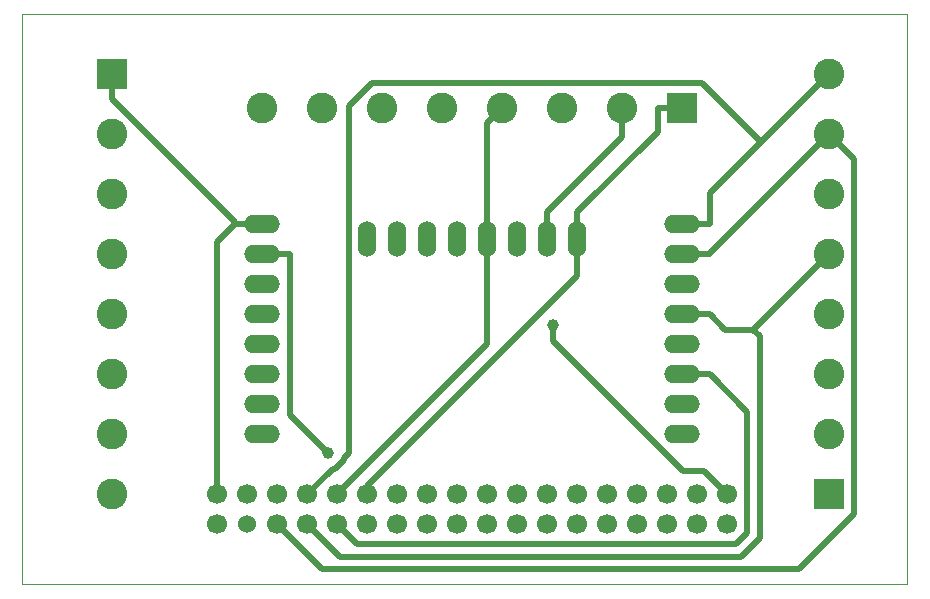
<source format=gbr>
%TF.GenerationSoftware,KiCad,Pcbnew,7.0.1*%
%TF.CreationDate,2023-04-11T23:41:51+02:00*%
%TF.ProjectId,schema_cnc,73636865-6d61-45f6-936e-632e6b696361,rev?*%
%TF.SameCoordinates,Original*%
%TF.FileFunction,Copper,L2,Bot*%
%TF.FilePolarity,Positive*%
%FSLAX46Y46*%
G04 Gerber Fmt 4.6, Leading zero omitted, Abs format (unit mm)*
G04 Created by KiCad (PCBNEW 7.0.1) date 2023-04-11 23:41:51*
%MOMM*%
%LPD*%
G01*
G04 APERTURE LIST*
%TA.AperFunction,ComponentPad*%
%ADD10O,3.048000X1.524000*%
%TD*%
%TA.AperFunction,ComponentPad*%
%ADD11O,1.524000X3.048000*%
%TD*%
%TA.AperFunction,ComponentPad*%
%ADD12C,1.700000*%
%TD*%
%TA.AperFunction,ComponentPad*%
%ADD13C,1.524000*%
%TD*%
%TA.AperFunction,ComponentPad*%
%ADD14R,2.600000X2.600000*%
%TD*%
%TA.AperFunction,ComponentPad*%
%ADD15C,2.600000*%
%TD*%
%TA.AperFunction,ViaPad*%
%ADD16C,1.000000*%
%TD*%
%TA.AperFunction,Conductor*%
%ADD17C,0.500000*%
%TD*%
%TA.AperFunction,Profile*%
%ADD18C,0.050000*%
%TD*%
G04 APERTURE END LIST*
D10*
%TO.P,JP4,1*%
%TO.N,N$19*%
X87630000Y-152400000D03*
%TO.P,JP4,2*%
%TO.N,N$11*%
X87630000Y-154940000D03*
%TO.P,JP4,3*%
%TO.N,N$13*%
X87630000Y-157480000D03*
%TO.P,JP4,4*%
%TO.N,N$14*%
X87630000Y-160020000D03*
%TO.P,JP4,5*%
%TO.N,N$15*%
X87630000Y-162560000D03*
%TO.P,JP4,6*%
%TO.N,N$16*%
X87630000Y-165100000D03*
%TO.P,JP4,7*%
%TO.N,N$17*%
X87630000Y-167640000D03*
%TO.P,JP4,8*%
%TO.N,N$18*%
X87630000Y-170180000D03*
%TD*%
%TO.P,JP2,1*%
%TO.N,N$1*%
X123190000Y-170180000D03*
%TO.P,JP2,2*%
%TO.N,N$2*%
X123190000Y-167640000D03*
%TO.P,JP2,3*%
%TO.N,N$3*%
X123190000Y-165100000D03*
%TO.P,JP2,4*%
%TO.N,N$4*%
X123190000Y-162560000D03*
%TO.P,JP2,5*%
%TO.N,N$5*%
X123190000Y-160020000D03*
%TO.P,JP2,6*%
%TO.N,N$6*%
X123190000Y-157480000D03*
%TO.P,JP2,7*%
%TO.N,N$7*%
X123190000Y-154940000D03*
%TO.P,JP2,8*%
%TO.N,N$8*%
X123190000Y-152400000D03*
%TD*%
D11*
%TO.P,JP3,1*%
%TO.N,N$9*%
X114300000Y-153670000D03*
%TO.P,JP3,2*%
%TO.N,N$4*%
X111760000Y-153670000D03*
%TO.P,JP3,3*%
%TO.N,N$5*%
X109220000Y-153670000D03*
%TO.P,JP3,4*%
%TO.N,N$6*%
X106680000Y-153670000D03*
%TO.P,JP3,5*%
%TO.N,N$10*%
X104140000Y-153670000D03*
%TO.P,JP3,6*%
X101600000Y-153670000D03*
%TO.P,JP3,7*%
X99060000Y-153670000D03*
%TO.P,JP3,8*%
X96520000Y-153670000D03*
%TD*%
D12*
%TO.P,JP1,1*%
%TO.N,N/C*%
X83820000Y-177800000D03*
%TO.P,JP1,2*%
%TO.N,N$19*%
X83820000Y-175260000D03*
D13*
%TO.P,JP1,3*%
%TO.N,N$1*%
X86360000Y-177800000D03*
D12*
%TO.P,JP1,4*%
%TO.N,N$4*%
X86360000Y-175260000D03*
%TO.P,JP1,5*%
%TO.N,N$7*%
X88900000Y-177800000D03*
%TO.P,JP1,6*%
%TO.N,N$2*%
X88900000Y-175260000D03*
%TO.P,JP1,7*%
%TO.N,N$5*%
X91440000Y-177800000D03*
%TO.P,JP1,8*%
%TO.N,N$8*%
X91440000Y-175260000D03*
%TO.P,JP1,9*%
%TO.N,N$3*%
X93980000Y-177800000D03*
%TO.P,JP1,10*%
%TO.N,N$6*%
X93980000Y-175260000D03*
%TO.P,JP1,11*%
%TO.N,N/C*%
X96520000Y-177800000D03*
%TO.P,JP1,12*%
%TO.N,N$9*%
X96520000Y-175260000D03*
%TO.P,JP1,13*%
%TO.N,N/C*%
X99060000Y-177800000D03*
%TO.P,JP1,14*%
X99060000Y-175260000D03*
%TO.P,JP1,15*%
X101600000Y-177800000D03*
%TO.P,JP1,16*%
X101600000Y-175260000D03*
%TO.P,JP1,17*%
X104140000Y-177800000D03*
%TO.P,JP1,18*%
X104140000Y-175260000D03*
%TO.P,JP1,19*%
X106680000Y-177800000D03*
%TO.P,JP1,20*%
X106680000Y-175260000D03*
%TO.P,JP1,21*%
X109220000Y-177800000D03*
%TO.P,JP1,22*%
X109220000Y-175260000D03*
%TO.P,JP1,23*%
%TO.N,N$11*%
X111760000Y-177800000D03*
%TO.P,JP1,24*%
%TO.N,N/C*%
X111760000Y-175260000D03*
%TO.P,JP1,25*%
X114300000Y-177800000D03*
%TO.P,JP1,26*%
X114300000Y-175260000D03*
%TO.P,JP1,27*%
X116840000Y-177800000D03*
%TO.P,JP1,28*%
X116840000Y-175260000D03*
%TO.P,JP1,29*%
X119380000Y-177800000D03*
%TO.P,JP1,30*%
X119380000Y-175260000D03*
%TO.P,JP1,31*%
X121920000Y-177800000D03*
%TO.P,JP1,32*%
X121920000Y-175260000D03*
%TO.P,JP1,33*%
X124460000Y-177800000D03*
%TO.P,JP1,34*%
X124460000Y-175260000D03*
%TO.P,JP1,35*%
X127000000Y-177800000D03*
%TO.P,JP1,36*%
%TO.N,N$10*%
X127000000Y-175260000D03*
%TD*%
D14*
%TO.P,X5,1*%
%TO.N,N$19*%
X74930000Y-139700000D03*
D15*
%TO.P,X5,2*%
%TO.N,N$11*%
X74930000Y-144780000D03*
%TO.P,X5,3*%
%TO.N,N$13*%
X74930000Y-149860000D03*
%TO.P,X5,4*%
%TO.N,N$14*%
X74930000Y-154940000D03*
%TO.P,X5,5*%
%TO.N,N$15*%
X74930000Y-160020000D03*
%TO.P,X5,6*%
%TO.N,N$16*%
X74930000Y-165100000D03*
%TO.P,X5,7*%
%TO.N,N$17*%
X74930000Y-170180000D03*
%TO.P,X5,8*%
%TO.N,N$18*%
X74930000Y-175260000D03*
%TD*%
D14*
%TO.P,X4,1*%
%TO.N,N$9*%
X123190000Y-142545000D03*
D15*
%TO.P,X4,2*%
%TO.N,N$4*%
X118110000Y-142545000D03*
%TO.P,X4,3*%
%TO.N,N$5*%
X113030000Y-142545000D03*
%TO.P,X4,4*%
%TO.N,N$6*%
X107950000Y-142545000D03*
%TO.P,X4,5*%
%TO.N,N$10*%
X102870000Y-142545000D03*
%TO.P,X4,6*%
X97790000Y-142545000D03*
%TO.P,X4,7*%
X92710000Y-142545000D03*
%TO.P,X4,8*%
X87630000Y-142545000D03*
%TD*%
D14*
%TO.P,X3,1*%
%TO.N,N$1*%
X135585000Y-175260000D03*
D15*
%TO.P,X3,2*%
%TO.N,N$2*%
X135585000Y-170180000D03*
%TO.P,X3,3*%
%TO.N,N$3*%
X135585000Y-165100000D03*
%TO.P,X3,4*%
%TO.N,N$4*%
X135585000Y-160020000D03*
%TO.P,X3,5*%
%TO.N,N$5*%
X135585000Y-154940000D03*
%TO.P,X3,6*%
%TO.N,N$6*%
X135585000Y-149860000D03*
%TO.P,X3,7*%
%TO.N,N$7*%
X135585000Y-144780000D03*
%TO.P,X3,8*%
%TO.N,N$8*%
X135585000Y-139700000D03*
%TD*%
D16*
%TO.N,N$10*%
X112219700Y-160934100D03*
%TO.N,N$11*%
X93194700Y-171777100D03*
%TD*%
D17*
%TO.N,N$3*%
X125516500Y-165100000D02*
X128658900Y-168242400D01*
X95642000Y-179462000D02*
X93980000Y-177800000D01*
X127731900Y-179462000D02*
X95642000Y-179462000D01*
X128658900Y-168242400D02*
X128658900Y-178535000D01*
X123190000Y-165100000D02*
X125516500Y-165100000D01*
X128658900Y-178535000D02*
X127731900Y-179462000D01*
%TO.N,N$4*%
X118110000Y-144993500D02*
X118110000Y-142545000D01*
X111760000Y-153670000D02*
X111760000Y-151343500D01*
X111760000Y-151343500D02*
X118110000Y-144993500D01*
%TO.N,N$5*%
X129191500Y-161333500D02*
X129717800Y-161859800D01*
X128158400Y-180524100D02*
X94164100Y-180524100D01*
X135585000Y-154940000D02*
X129191500Y-161333500D01*
X129717800Y-178964700D02*
X128158400Y-180524100D01*
X94164100Y-180524100D02*
X91440000Y-177800000D01*
X129191500Y-161333500D02*
X126830000Y-161333500D01*
X126830000Y-161333500D02*
X125516500Y-160020000D01*
X123190000Y-160020000D02*
X125516500Y-160020000D01*
X129717800Y-161859800D02*
X129717800Y-178964700D01*
%TO.N,N$6*%
X106680000Y-162560000D02*
X106680000Y-153670000D01*
X106680000Y-143815000D02*
X106680000Y-153670000D01*
X93980000Y-175260000D02*
X106680000Y-162560000D01*
X107950000Y-142545000D02*
X106680000Y-143815000D01*
%TO.N,N$7*%
X123190000Y-154940000D02*
X125516500Y-154940000D01*
X137703300Y-146898300D02*
X135585000Y-144780000D01*
X125516500Y-154848500D02*
X125516500Y-154940000D01*
X137703300Y-176895600D02*
X137703300Y-146898300D01*
X133022300Y-181576600D02*
X137703300Y-176895600D01*
X88900000Y-177800000D02*
X92676600Y-181576600D01*
X135585000Y-144780000D02*
X125516500Y-154848500D01*
X92676600Y-181576600D02*
X133022300Y-181576600D01*
%TO.N,N$8*%
X135585000Y-139700000D02*
X129856900Y-145428100D01*
X123190000Y-152400000D02*
X125516500Y-152400000D01*
X125516500Y-149768500D02*
X125516500Y-152400000D01*
X94955500Y-142370800D02*
X96925000Y-140401300D01*
X93620400Y-173079600D02*
X93734400Y-173079600D01*
X91440000Y-175260000D02*
X93620400Y-173079600D01*
X96925000Y-140401300D02*
X124830000Y-140401300D01*
X124830000Y-140401300D02*
X129856900Y-145428100D01*
X129856900Y-145428100D02*
X125516500Y-149768500D01*
X94497200Y-172316800D02*
X94497200Y-172202800D01*
X93734400Y-173079600D02*
X94497200Y-172316800D01*
X94497200Y-172202800D02*
X94955500Y-171744500D01*
X94955500Y-171744500D02*
X94955500Y-142370800D01*
%TO.N,N$9*%
X114300000Y-156800300D02*
X96520000Y-174580300D01*
X114300000Y-153670000D02*
X114300000Y-151343500D01*
X114300000Y-153670000D02*
X114300000Y-156800300D01*
X121087500Y-144556000D02*
X121087500Y-142545000D01*
X114300000Y-151343500D02*
X121087500Y-144556000D01*
X123190000Y-142545000D02*
X121087500Y-142545000D01*
X96520000Y-174580300D02*
X96520000Y-175260000D01*
%TO.N,N$10*%
X112219700Y-162249500D02*
X123261300Y-173291100D01*
X112219700Y-160934100D02*
X112219700Y-162249500D01*
X123261300Y-173291100D02*
X125031100Y-173291100D01*
X125031100Y-173291100D02*
X127000000Y-175260000D01*
%TO.N,N$11*%
X87630000Y-154940000D02*
X89956500Y-154940000D01*
X89956500Y-168538900D02*
X93194700Y-171777100D01*
X89956500Y-154940000D02*
X89956500Y-168538900D01*
%TO.N,N$19*%
X74930000Y-139700000D02*
X74930000Y-141802500D01*
X83820000Y-175260000D02*
X83820000Y-153883500D01*
X74930000Y-141802500D02*
X85303500Y-152176000D01*
X83820000Y-153883500D02*
X85303500Y-152400000D01*
X85303500Y-152176000D02*
X85303500Y-152400000D01*
X87630000Y-152400000D02*
X85303500Y-152400000D01*
%TD*%
D18*
X67310000Y-134620000D02*
X142240000Y-134620000D01*
X142240000Y-182880000D01*
X67310000Y-182880000D01*
X67310000Y-134620000D01*
M02*

</source>
